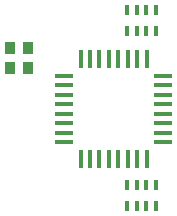
<source format=gbp>
G04 DipTrace 2.3.1.0*
%INminishift_BottomPaste.gbp*%
%MOIN*%
%ADD37R,0.0177X0.0334*%
%ADD43R,0.0157X0.0629*%
%ADD45R,0.0629X0.0157*%
%ADD49R,0.0354X0.0393*%
%FSLAX44Y44*%
G04*
G70*
G90*
G75*
G01*
%LNBotPaste*%
%LPD*%
D49*
X6111Y12156D3*
Y11487D3*
X6736Y12156D3*
Y11487D3*
D45*
X11236Y11236D3*
Y10921D3*
Y10606D3*
Y10291D3*
Y9976D3*
Y9661D3*
Y9346D3*
Y9031D3*
D43*
X10685Y8480D3*
X10370D3*
X10055D3*
X9740D3*
X9425D3*
X9110D3*
X8795D3*
X8480D3*
D45*
X7929Y9031D3*
Y9346D3*
Y9661D3*
Y9976D3*
Y10291D3*
Y10606D3*
Y10921D3*
Y11236D3*
D43*
X8480Y11787D3*
X8795D3*
X9110D3*
X9425D3*
X9740D3*
X10055D3*
X10370D3*
X10685D3*
D37*
X10986Y12736D3*
X10671D3*
X10356D3*
X10041D3*
Y13445D3*
X10356D3*
X10671D3*
X10986D3*
X10041Y7611D3*
X10356D3*
X10671D3*
X10986D3*
Y6903D3*
X10671D3*
X10356D3*
X10041D3*
M02*

</source>
